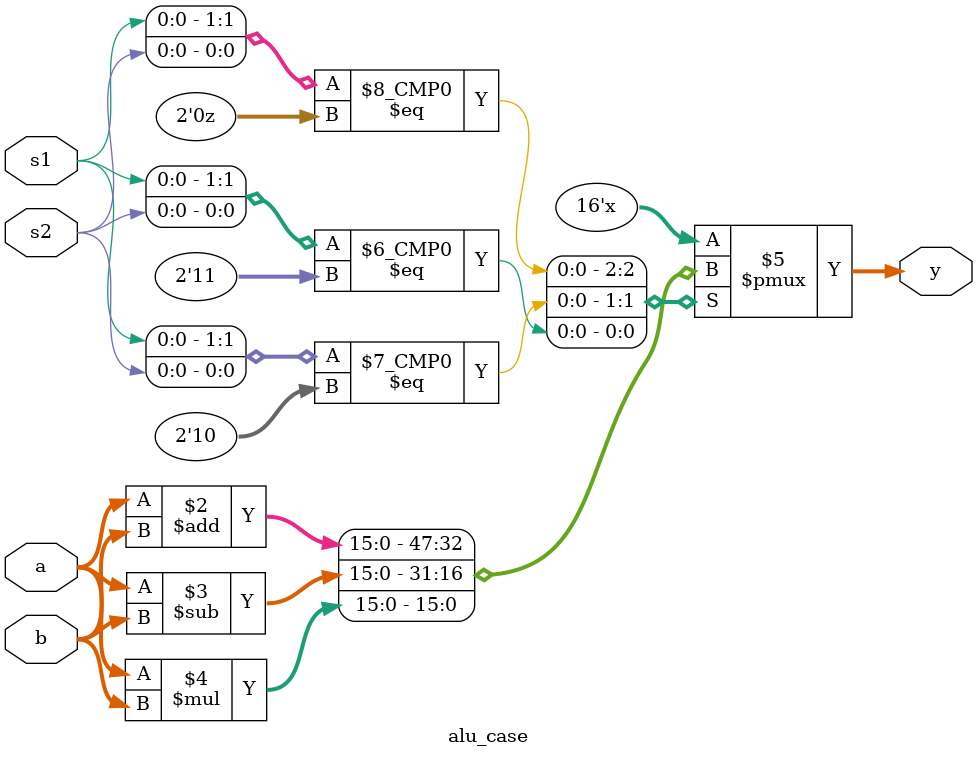
<source format=v>
module alu_case (
    input [7:0] a,
    input [7:0] b,
    input s1,
    input s2,
    output reg [15:0] y
);
    always @(a or b or s1 or s2) begin
        case({s1,s2})
            2'b0?: y=a+b; // tai sao khi 00 voi 01 deu roi vao truong hop default -> ly do la vi dung case thay vi casex casez, khi dung case thi phai specify dung tung bit ra
            2'b10: y=a-b;
            2'b11: y=a*b;
            default: y = 16'd0;
        endcase
    end

endmodule
</source>
